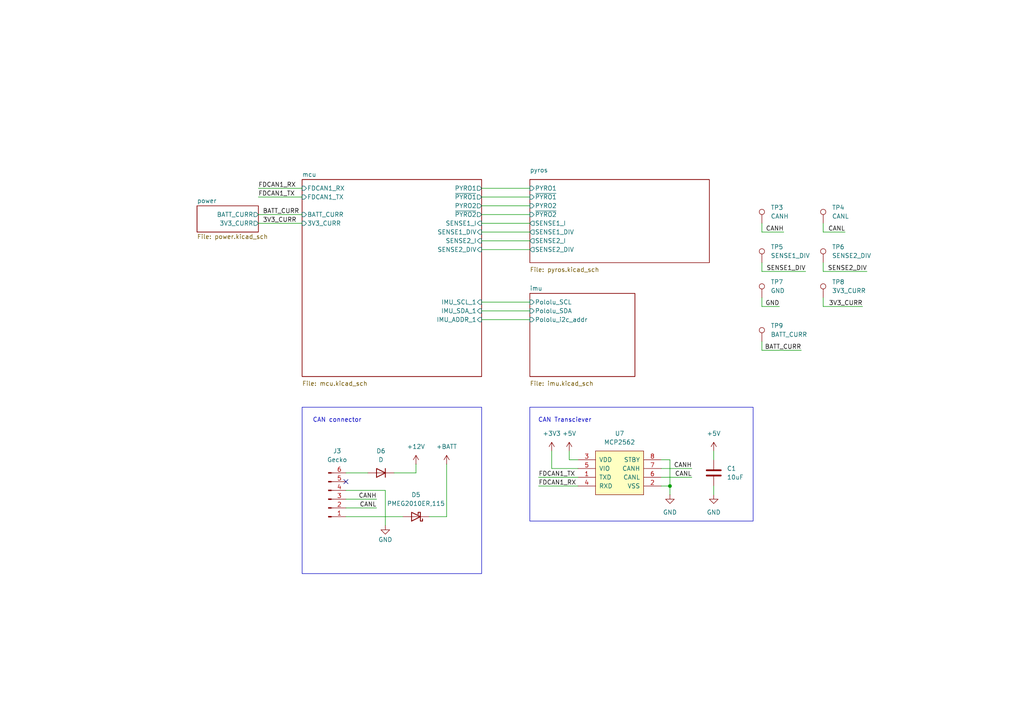
<source format=kicad_sch>
(kicad_sch (version 20231120) (generator "eeschema") (generator_version "8.0")
  (paper "A4")
  (lib_symbols
    (symbol "Connector:Conn_01x06_Pin" (pin_names (offset 1.016) hide)
      (property "Reference" "J" (at 0 7.62 0))
      (property "Value" "Conn_01x06_Pin" (at 0 -10.16 0))
      (symbol "Conn_01x06_Pin_1_1"
        (polyline (pts (xy 1.27 -7.62) (xy 0.8636 -7.62)) (stroke (width 0.1524)))
        (polyline (pts (xy 1.27 -5.08) (xy 0.8636 -5.08)) (stroke (width 0.1524)))
        (polyline (pts (xy 1.27 -2.54) (xy 0.8636 -2.54)) (stroke (width 0.1524)))
        (polyline (pts (xy 1.27 0) (xy 0.8636 0)) (stroke (width 0.1524)))
        (polyline (pts (xy 1.27 2.54) (xy 0.8636 2.54)) (stroke (width 0.1524)))
        (polyline (pts (xy 1.27 5.08) (xy 0.8636 5.08)) (stroke (width 0.1524)))
        (rectangle (start 0.8636 -7.493) (end 0 -7.747) (stroke (width 0.1524)) (fill (type outline)))
        (rectangle (start 0.8636 -4.953) (end 0 -5.207) (stroke (width 0.1524)) (fill (type outline)))
        (rectangle (start 0.8636 -2.413) (end 0 -2.667) (stroke (width 0.1524)) (fill (type outline)))
        (rectangle (start 0.8636 0.127) (end 0 -0.127) (stroke (width 0.1524)) (fill (type outline)))
        (rectangle (start 0.8636 2.667) (end 0 2.413) (stroke (width 0.1524)) (fill (type outline)))
        (rectangle (start 0.8636 5.207) (end 0 4.953) (stroke (width 0.1524)) (fill (type outline)))
        (pin passive line (at 5.08 5.08 180) (length 3.81) (name "Pin_1") (number "1"))
        (pin passive line (at 5.08 2.54 180) (length 3.81) (name "Pin_2") (number "2"))
        (pin passive line (at 5.08 0 180) (length 3.81) (name "Pin_3") (number "3"))
        (pin passive line (at 5.08 -2.54 180) (length 3.81) (name "Pin_4") (number "4"))
        (pin passive line (at 5.08 -5.08 180) (length 3.81) (name "Pin_5") (number "5"))
        (pin passive line (at 5.08 -7.62 180) (length 3.81) (name "Pin_6") (number "6"))
      )
    )
    (symbol "Connector:TestPoint" (pin_numbers hide) (pin_names (offset 0.762) hide)
      (property "Reference" "TP" (at 0 6.858 0))
      (property "Value" "TestPoint" (at 0 5.08 0))
      (symbol "TestPoint_0_1"
        (circle (center 0 3.302) (radius 0.762))
      )
      (symbol "TestPoint_1_1"
        (pin passive line (at 0 0 90) (length 2.54) (name "1") (number "1"))
      )
    )
    (symbol "Device:C" (pin_numbers hide) (pin_names (offset 0.254))
      (property "Reference" "C" (at 0.635 2.54 0))
      (property "Value" "C" (at 0.635 -2.54 0))
      (symbol "C_0_1"
        (polyline (pts (xy -2.032 -0.762) (xy 2.032 -0.762)) (stroke (width 0.508)))
        (polyline (pts (xy -2.032 0.762) (xy 2.032 0.762)) (stroke (width 0.508)))
      )
      (symbol "C_1_1"
        (pin passive line (at 0 3.81 270) (length 2.794) (name "~") (number "1"))
        (pin passive line (at 0 -3.81 90) (length 2.794) (name "~") (number "2"))
      )
    )
    (symbol "Device:D" (pin_numbers hide) (pin_names (offset 1.016) hide)
      (property "Reference" "D" (at 0 2.54 0))
      (property "Value" "D" (at 0 -2.54 0))
      (symbol "D_0_1"
        (polyline (pts (xy -1.27 1.27) (xy -1.27 -1.27)) (stroke (width 0.254)))
        (polyline (pts (xy 1.27 0) (xy -1.27 0)))
        (polyline (pts (xy 1.27 1.27) (xy 1.27 -1.27) (xy -1.27 0) (xy 1.27 1.27)) (stroke (width 0.254)))
      )
      (symbol "D_1_1"
        (pin passive line (at -3.81 0 0) (length 2.54) (name "K") (number "1"))
        (pin passive line (at 3.81 0 180) (length 2.54) (name "A") (number "2"))
      )
    )
    (symbol "Device:D_Schottky" (pin_numbers hide) (pin_names (offset 1.016) hide)
      (property "Reference" "D" (at 0 2.54 0))
      (property "Value" "D_Schottky" (at 0 -2.54 0))
      (symbol "D_Schottky_0_1"
        (polyline (pts (xy 1.27 0) (xy -1.27 0)))
        (polyline (pts (xy 1.27 1.27) (xy 1.27 -1.27) (xy -1.27 0) (xy 1.27 1.27)) (stroke (width 0.254)))
        (polyline (pts (xy -1.905 0.635) (xy -1.905 1.27) (xy -1.27 1.27) (xy -1.27 -1.27) (xy -0.635 -1.27) (xy -0.635 -0.635)) (stroke (width 0.254)))
      )
      (symbol "D_Schottky_1_1"
        (pin passive line (at -3.81 0 0) (length 2.54) (name "K") (number "1"))
        (pin passive line (at 3.81 0 180) (length 2.54) (name "A") (number "2"))
      )
    )
    (symbol "canhw:MCP2562" (pin_names (offset 1.016))
      (property "Reference" "U" (at 5.08 3.81 0))
      (property "Value" "MCP2562" (at -3.81 3.81 0))
      (symbol "MCP2562_0_1"
        (rectangle (start -7.62 2.54) (end 6.35 -10.16) (fill (type background)))
      )
      (symbol "MCP2562_1_1"
        (pin bidirectional line (at -12.7 -5.08 0) (length 5.08) (name "TXD") (number "1"))
        (pin power_in line (at 11.43 -7.62 180) (length 5.08) (name "VSS") (number "2"))
        (pin power_in line (at -12.7 0 0) (length 5.08) (name "VDD") (number "3"))
        (pin bidirectional line (at -12.7 -7.62 0) (length 5.08) (name "RXD") (number "4"))
        (pin bidirectional line (at -12.7 -2.54 0) (length 5.08) (name "VIO") (number "5"))
        (pin bidirectional line (at 11.43 -5.08 180) (length 5.08) (name "CANL") (number "6"))
        (pin bidirectional line (at 11.43 -2.54 180) (length 5.08) (name "CANH") (number "7"))
        (pin bidirectional line (at 11.43 0 180) (length 5.08) (name "STBY") (number "8"))
      )
    )
    (symbol "power:+12V" (power) (pin_numbers hide) (pin_names (offset 0) hide)
      (property "Value" "+12V" (at 0 3.556 0))
      (symbol "+12V_0_1"
        (polyline (pts (xy -0.762 1.27) (xy 0 2.54)))
        (polyline (pts (xy 0 0) (xy 0 2.54)))
        (polyline (pts (xy 0 2.54) (xy 0.762 1.27)))
      )
      (symbol "+12V_1_1"
        (pin power_in line (at 0 0 90) (length 0) (name "~") (number "1"))
      )
    )
    (symbol "power:+3V3" (power) (pin_numbers hide) (pin_names (offset 0) hide)
      (property "Value" "+3V3" (at 0 3.556 0))
      (symbol "+3V3_0_1"
        (polyline (pts (xy -0.762 1.27) (xy 0 2.54)))
        (polyline (pts (xy 0 0) (xy 0 2.54)))
        (polyline (pts (xy 0 2.54) (xy 0.762 1.27)))
      )
      (symbol "+3V3_1_1"
        (pin power_in line (at 0 0 90) (length 0) (name "~") (number "1"))
      )
    )
    (symbol "power:+5V" (power) (pin_numbers hide) (pin_names (offset 0) hide)
      (property "Value" "+5V" (at 0 3.556 0))
      (symbol "+5V_0_1"
        (polyline (pts (xy -0.762 1.27) (xy 0 2.54)))
        (polyline (pts (xy 0 0) (xy 0 2.54)))
        (polyline (pts (xy 0 2.54) (xy 0.762 1.27)))
      )
      (symbol "+5V_1_1"
        (pin power_in line (at 0 0 90) (length 0) (name "~") (number "1"))
      )
    )
    (symbol "power:+BATT" (power) (pin_numbers hide) (pin_names (offset 0) hide)
      (property "Value" "+BATT" (at 0 3.556 0))
      (symbol "+BATT_0_1"
        (polyline (pts (xy -0.762 1.27) (xy 0 2.54)))
        (polyline (pts (xy 0 0) (xy 0 2.54)))
        (polyline (pts (xy 0 2.54) (xy 0.762 1.27)))
      )
      (symbol "+BATT_1_1"
        (pin power_in line (at 0 0 90) (length 0) (name "~") (number "1"))
      )
    )
    (symbol "power:GND" (power) (pin_numbers hide) (pin_names (offset 0) hide)
      (property "Value" "GND" (at 0 -3.81 0))
      (symbol "GND_0_1"
        (polyline (pts (xy 0 0) (xy 0 -1.27) (xy 1.27 -1.27) (xy 0 -2.54) (xy -1.27 -1.27) (xy 0 -1.27)))
      )
      (symbol "GND_1_1"
        (pin power_in line (at 0 0 270) (length 0) (name "~") (number "1"))
      )
    )
  )
  (junction (at 194.31 140.97))
  (no_connect (at 100.33 139.7))
  (wire (pts (xy 74.93 57.15) (xy 87.63 57.15)))
  (wire (pts (xy 100.33 147.32) (xy 109.22 147.32)))
  (wire (pts (xy 129.54 134.62) (xy 129.54 149.86)))
  (wire (pts (xy 227.33 67.31) (xy 220.98 67.31)))
  (wire (pts (xy 238.76 67.31) (xy 238.76 64.77)))
  (wire (pts (xy 207.01 130.81) (xy 207.01 133.35)))
  (wire (pts (xy 191.77 140.97) (xy 194.31 140.97)))
  (wire (pts (xy 100.33 144.78) (xy 109.22 144.78)))
  (wire (pts (xy 191.77 135.89) (xy 200.66 135.89)))
  (wire (pts (xy 100.33 149.86) (xy 116.84 149.86)))
  (wire (pts (xy 220.98 101.6) (xy 232.41 101.6)))
  (wire (pts (xy 111.76 152.4) (xy 111.76 142.24)))
  (wire (pts (xy 139.7 64.77) (xy 153.67 64.77)))
  (wire (pts (xy 139.7 62.23) (xy 153.67 62.23)))
  (wire (pts (xy 74.93 64.77) (xy 87.63 64.77)))
  (wire (pts (xy 226.06 88.9) (xy 220.98 88.9)))
  (wire (pts (xy 160.02 135.89) (xy 167.64 135.89)))
  (wire (pts (xy 100.33 137.16) (xy 106.68 137.16)))
  (wire (pts (xy 139.7 59.69) (xy 153.67 59.69)))
  (wire (pts (xy 220.98 99.06) (xy 220.98 101.6)))
  (wire (pts (xy 245.11 67.31) (xy 238.76 67.31)))
  (wire (pts (xy 251.46 78.74) (xy 238.76 78.74)))
  (wire (pts (xy 191.77 138.43) (xy 200.66 138.43)))
  (wire (pts (xy 165.1 130.81) (xy 165.1 133.35)))
  (wire (pts (xy 139.7 69.85) (xy 153.67 69.85)))
  (wire (pts (xy 238.76 88.9) (xy 238.76 86.36)))
  (wire (pts (xy 124.46 149.86) (xy 129.54 149.86)))
  (wire (pts (xy 165.1 133.35) (xy 167.64 133.35)))
  (wire (pts (xy 194.31 133.35) (xy 194.31 140.97)))
  (wire (pts (xy 156.21 138.43) (xy 167.64 138.43)))
  (wire (pts (xy 114.3 137.16) (xy 120.65 137.16)))
  (wire (pts (xy 233.68 78.74) (xy 220.98 78.74)))
  (wire (pts (xy 220.98 67.31) (xy 220.98 64.77)))
  (wire (pts (xy 220.98 88.9) (xy 220.98 86.36)))
  (wire (pts (xy 74.93 54.61) (xy 87.63 54.61)))
  (wire (pts (xy 139.7 72.39) (xy 153.67 72.39)))
  (wire (pts (xy 139.7 67.31) (xy 153.67 67.31)))
  (wire (pts (xy 139.7 92.71) (xy 153.67 92.71)))
  (wire (pts (xy 191.77 133.35) (xy 194.31 133.35)))
  (wire (pts (xy 139.7 54.61) (xy 153.67 54.61)))
  (wire (pts (xy 100.33 142.24) (xy 111.76 142.24)))
  (wire (pts (xy 156.21 140.97) (xy 167.64 140.97)))
  (wire (pts (xy 139.7 90.17) (xy 153.67 90.17)))
  (wire (pts (xy 120.65 134.62) (xy 120.65 137.16)))
  (wire (pts (xy 207.01 140.97) (xy 207.01 143.51)))
  (wire (pts (xy 74.93 62.23) (xy 87.63 62.23)))
  (wire (pts (xy 139.7 57.15) (xy 153.67 57.15)))
  (wire (pts (xy 139.7 87.63) (xy 153.67 87.63)))
  (wire (pts (xy 250.19 88.9) (xy 238.76 88.9)))
  (wire (pts (xy 160.02 130.81) (xy 160.02 135.89)))
  (wire (pts (xy 194.31 140.97) (xy 194.31 143.51)))
  (wire (pts (xy 220.98 78.74) (xy 220.98 76.2)))
  (wire (pts (xy 238.76 78.74) (xy 238.76 76.2)))
  (rectangle (start 153.67 118.11) (end 218.44 151.13))
  (rectangle (start 87.63 118.11) (end 139.7 166.37))
  (text "CAN Transciever" (at 163.83 121.92 0) (effects (font (size 1.27 1.27))))
  (text "CAN connector" (at 97.79 121.92 0) (effects (font (size 1.27 1.27))))
  (label "CANL" (at 109.22 147.32 180))
  (label "CANL" (at 200.66 138.43 180))
  (label "CANL" (at 245.11 67.31 180))
  (label "FDCAN1_RX" (at 74.93 54.61 0))
  (label "SENSE2_DIV" (at 251.46 78.74 180))
  (label "FDCAN1_TX" (at 74.93 57.15 0))
  (label "3V3_CURR" (at 76.2 64.77 0))
  (label "CANH" (at 109.22 144.78 180))
  (label "FDCAN1_TX" (at 156.21 138.43 0))
  (label "SENSE1_DIV" (at 233.68 78.74 180))
  (label "3V3_CURR" (at 250.19 88.9 180))
  (label "BATT_CURR" (at 76.2 62.23 0))
  (label "GND" (at 226.06 88.9 180))
  (label "BATT_CURR" (at 232.41 101.6 180))
  (label "CANH" (at 200.66 135.89 180))
  (label "CANH" (at 227.33 67.31 180))
  (label "FDCAN1_RX" (at 156.21 140.97 0))
  (symbol (lib_id "Device:C") (at 207.01 137.16 0) (unit 1)
    (property "Reference" "C1" (at 210.82 135.8899 0) (effects (justify left)))
    (property "Value" "10uF" (at 210.82 138.4299 0) (effects (justify left)))
    (property "Description" "Unpolarized capacitor" (effects (hide yes)))
  )
  (symbol (lib_id "Connector:Conn_01x06_Pin") (at 95.25 144.78 0) (mirror x) (unit 1)
    (property "Reference" "J3" (at 97.79 130.81 0))
    (property "Value" "Gecko" (at 97.79 133.35 0))
    (property "Footprint" "canhw_footprints:connector_Harwin_G125–MG10605M4P" (effects (hide yes)))
    (property "Description" "Generic connector, single row, 01x06, script generated" (effects (hide yes)))
  )
  (symbol (lib_id "power:+BATT") (at 129.54 134.62 0) (unit 1)
    (property "Reference" "#PWR035" (effects (hide yes)))
    (property "Value" "+BATT" (at 129.54 129.54 0))
    (property "Description" "Power symbol creates a global label with name \"+BATT\"" (effects (hide yes)))
  )
  (symbol (lib_id "Device:D") (at 110.49 137.16 180) (unit 1)
    (property "Reference" "D6" (at 110.49 130.81 0))
    (property "Value" "D" (at 110.49 133.35 0))
    (property "Description" "Diode" (effects (hide yes)))
    (property "Sim.Device" "D" (effects (hide yes)))
    (property "Sim.Pins" "1=K 2=A" (effects (hide yes)))
  )
  (symbol (lib_id "power:+12V") (at 120.65 134.62 0) (unit 1)
    (property "Reference" "#PWR032" (effects (hide yes)))
    (property "Value" "+12V" (at 120.65 129.54 0))
    (property "Description" "Power symbol creates a global label with name \"+12V\"" (effects (hide yes)))
  )
  (symbol (lib_id "Connector:TestPoint") (at 238.76 64.77 0) (unit 1)
    (property "Reference" "TP4" (at 241.3 60.1979 0) (effects (justify left)))
    (property "Value" "CANL" (at 241.3 62.7379 0) (effects (justify left)))
    (property "Description" "test point" (effects (hide yes)))
  )
  (symbol (lib_id "power:GND") (at 111.76 152.4 0) (unit 1)
    (property "Reference" "#PWR033" (effects (hide yes)))
    (property "Value" "GND" (at 111.76 156.5331 0))
    (property "Description" "Power symbol creates a global label with name \"GND\" , ground" (effects (hide yes)))
  )
  (symbol (lib_id "Connector:TestPoint") (at 220.98 86.36 0) (unit 1)
    (property "Reference" "TP7" (at 223.52 81.7879 0) (effects (justify left)))
    (property "Value" "GND" (at 223.52 84.3279 0) (effects (justify left)))
    (property "Description" "test point" (effects (hide yes)))
  )
  (symbol (lib_id "Connector:TestPoint") (at 238.76 86.36 0) (unit 1)
    (property "Reference" "TP8" (at 241.3 81.7879 0) (effects (justify left)))
    (property "Value" "3V3_CURR" (at 241.3 84.3279 0) (effects (justify left)))
    (property "Description" "test point" (effects (hide yes)))
  )
  (symbol (lib_id "Connector:TestPoint") (at 220.98 76.2 0) (unit 1)
    (property "Reference" "TP5" (at 223.52 71.6279 0) (effects (justify left)))
    (property "Value" "SENSE1_DIV" (at 223.52 74.1679 0) (effects (justify left)))
    (property "Description" "test point" (effects (hide yes)))
  )
  (symbol (lib_id "Connector:TestPoint") (at 220.98 99.06 0) (unit 1)
    (property "Reference" "TP9" (at 223.52 94.4879 0) (effects (justify left)))
    (property "Value" "BATT_CURR" (at 223.52 97.0279 0) (effects (justify left)))
    (property "Description" "test point" (effects (hide yes)))
  )
  (symbol (lib_id "power:GND") (at 194.31 143.51 0) (unit 1)
    (property "Reference" "#PWR024" (effects (hide yes)))
    (property "Value" "GND" (at 194.31 148.59 0))
    (property "Description" "Power symbol creates a global label with name \"GND\" , ground" (effects (hide yes)))
  )
  (symbol (lib_id "power:+5V") (at 207.01 130.81 0) (unit 1)
    (property "Reference" "#PWR025" (effects (hide yes)))
    (property "Value" "+5V" (at 207.01 125.73 0))
    (property "Description" "Power symbol creates a global label with name \"+5V\"" (effects (hide yes)))
  )
  (symbol (lib_id "Connector:TestPoint") (at 220.98 64.77 0) (unit 1)
    (property "Reference" "TP3" (at 223.52 60.1979 0) (effects (justify left)))
    (property "Value" "CANH" (at 223.52 62.7379 0) (effects (justify left)))
    (property "Description" "test point" (effects (hide yes)))
  )
  (symbol (lib_id "Connector:TestPoint") (at 238.76 76.2 0) (unit 1)
    (property "Reference" "TP6" (at 241.3 71.6279 0) (effects (justify left)))
    (property "Value" "SENSE2_DIV" (at 241.3 74.1679 0) (effects (justify left)))
    (property "Description" "test point" (effects (hide yes)))
  )
  (symbol (lib_id "power:+5V") (at 165.1 130.81 0) (unit 1)
    (property "Reference" "#PWR023" (effects (hide yes)))
    (property "Value" "+5V" (at 165.1 125.73 0))
    (property "Description" "Power symbol creates a global label with name \"+5V\"" (effects (hide yes)))
  )
  (symbol (lib_id "Device:D_Schottky") (at 120.65 149.86 180) (unit 1)
    (property "Reference" "D5" (at 120.65 143.51 0))
    (property "Value" "PMEG2010ER,115" (at 120.65 146.05 0))
    (property "Description" "Schottky diode" (effects (hide yes)))
    (property "Sim.Device" "D" (effects (hide yes)))
    (property "Sim.Pins" "1=K 2=A" (effects (hide yes)))
  )
  (symbol (lib_id "canhw:MCP2562") (at 180.34 133.35 0) (unit 1)
    (property "Reference" "U7" (at 179.705 125.73 0))
    (property "Value" "MCP2562" (at 179.705 128.27 0))
  )
  (symbol (lib_id "power:GND") (at 207.01 143.51 0) (unit 1)
    (property "Reference" "#PWR026" (effects (hide yes)))
    (property "Value" "GND" (at 207.01 148.59 0))
    (property "Description" "Power symbol creates a global label with name \"GND\" , ground" (effects (hide yes)))
  )
  (symbol (lib_id "power:+3V3") (at 160.02 130.81 0) (unit 1)
    (property "Reference" "#PWR043" (effects (hide yes)))
    (property "Value" "+3V3" (at 160.02 125.73 0))
    (property "Description" "Power symbol creates a global label with name \"+3V3\"" (effects (hide yes)))
  )
  (sheet (at 153.67 85.09) (size 30.48 24.13) (stroke (width 0.1524))
    (property "Sheetname" "imu" (at 153.67 84.3784 0) (effects (justify left bottom)))
    (property "Sheetfile" "imu.kicad_sch" (at 153.67 110.49 0) (effects (justify left top)))
    (pin "Pololu_i2c_addr" input (at 153.67 92.71 180))
    (pin "Pololu_SDA" input (at 153.67 90.17 180))
    (pin "Pololu_SCL" input (at 153.67 87.63 180))
  )
  (sheet (at 57.15 59.69) (size 17.78 7.62) (stroke (width 0.1524))
    (property "Sheetname" "power" (at 57.15 58.9784 0) (effects (justify left bottom)))
    (property "Sheetfile" "power.kicad_sch" (at 57.15 67.8946 0) (effects (justify left top)))
    (pin "BATT_CURR" output (at 74.93 62.23 0))
    (pin "3V3_CURR" output (at 74.93 64.77 0))
  )
  (sheet (at 87.63 52.07) (size 52.07 57.15) (stroke (width 0.1524))
    (property "Sheetname" "mcu" (at 87.63 51.3584 0) (effects (justify left bottom)))
    (property "Sheetfile" "mcu.kicad_sch" (at 87.63 110.49 0) (effects (justify left top)))
    (pin "FDCAN1_RX" input (at 87.63 54.61 180))
    (pin "FDCAN1_TX" input (at 87.63 57.15 180))
    (pin "~{PYRO1}" output (at 139.7 57.15 0))
    (pin "PYRO2" output (at 139.7 59.69 0))
    (pin "PYRO1" output (at 139.7 54.61 0))
    (pin "~{PYRO2}" output (at 139.7 62.23 0))
    (pin "SENSE2_I" input (at 139.7 69.85 0))
    (pin "SENSE1_DIV" input (at 139.7 67.31 0))
    (pin "SENSE1_I" input (at 139.7 64.77 0))
    (pin "SENSE2_DIV" input (at 139.7 72.39 0))
    (pin "IMU_SDA_1" input (at 139.7 90.17 0))
    (pin "IMU_SCL_1" input (at 139.7 87.63 0))
    (pin "IMU_ADDR_1" input (at 139.7 92.71 0))
    (pin "BATT_CURR" input (at 87.63 62.23 180))
    (pin "3V3_CURR" input (at 87.63 64.77 180))
  )
  (sheet (at 153.67 52.07) (size 52.07 24.13) (stroke (width 0.1524))
    (property "Sheetname" "pyros" (at 153.67 50.0884 0) (effects (justify left bottom)))
    (property "Sheetfile" "pyros.kicad_sch" (at 153.67 77.47 0) (effects (justify left top)))
    (pin "PYRO2" input (at 153.67 59.69 180))
    (pin "PYRO1" input (at 153.67 54.61 180))
    (pin "SENSE1_I" output (at 153.67 64.77 180))
    (pin "~{PYRO2}" input (at 153.67 62.23 180))
    (pin "SENSE2_I" output (at 153.67 69.85 180))
    (pin "~{PYRO1}" input (at 153.67 57.15 180))
    (pin "SENSE1_DIV" output (at 153.67 67.31 180))
    (pin "SENSE2_DIV" output (at 153.67 72.39 180))
  )
)
</source>
